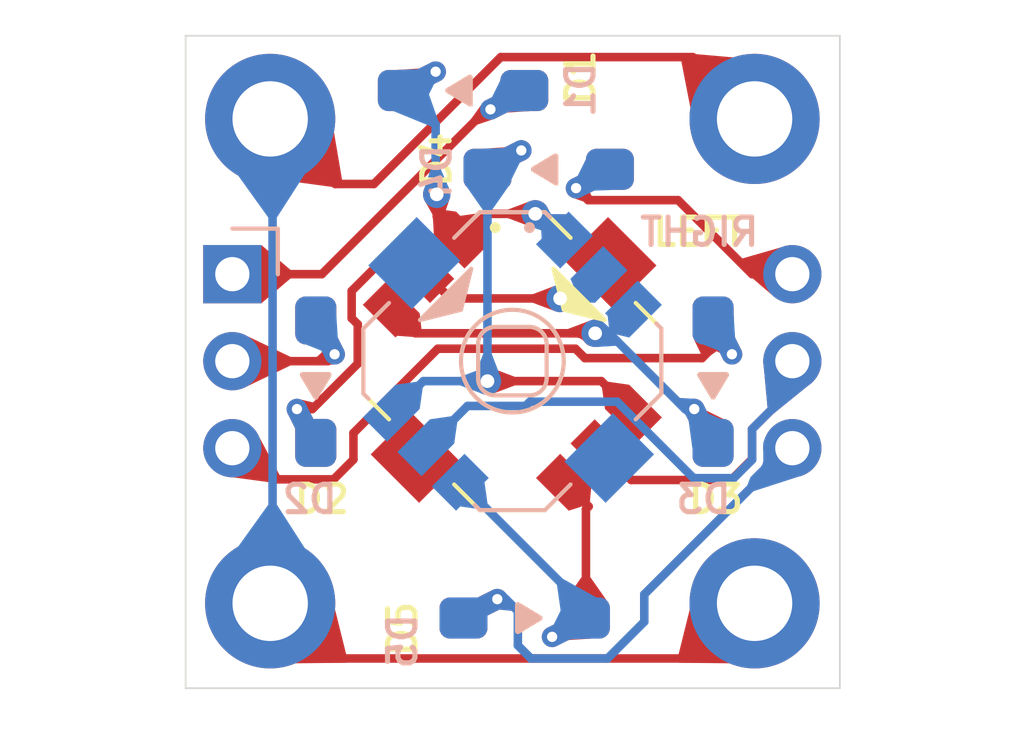
<source format=kicad_pcb>
(kicad_pcb (version 20221018) (generator pcbnew)
  (layers (0 "F.Cu" signal) (31 "B.Cu" signal) (34 "B.Paste" user) (35 "F.Paste" user) (36 "B.SilkS" user "B.Silkscreen") (37 "F.SilkS" user "F.Silkscreen") (38 "B.Mask" user) (39 "F.Mask" user) (44 "Edge.Cuts" user))
  (net 0 "")
  (net 1 "COMMON")
  (net 2 "A_UP")
  (net 3 "PUSH")
  (net 4 "C_LEFT")
  (net 5 "B_RIGHT")
  (net 6 "D_DOWN")
  (net 7 "GND")
  (net 8 "A_SRC")
  (net 9 "PUSH_SRC")
  (net 10 "C_SRC")
  (net 11 "B_SRC")
  (net 12 "D_SRC")
  (footprint "Keebrary:SW_MultiDirectional_4DCP_SKRHACE010_SMD_7.5x7.5mm_DualSide" (layer "F.Cu") (at 62.5393 46.8007)
    (fp_text reference "S1" hide)
    (fp_text value "SW_MultiDirectional_4DCP_SKRHACE010")
    (fp_line (start -4.35 -0.95) (end -3.6 -1.7) (stroke (width 0.12)) (layer "B.SilkS"))
    (fp_line (start -4.35 0.95) (end -4.35 -0.95) (stroke (width 0.12)) (layer "B.SilkS"))
    (fp_line (start -4.2 1.1) (end -4.35 0.95) (stroke (width 0.12)) (layer "B.SilkS"))
    (fp_line (start -1.7 -3.6) (end -0.95 -4.35) (stroke (width 0.12)) (layer "B.SilkS"))
    (fp_line (start -1 0.5) (end -1 -0.5) (stroke (width 0.12)) (layer "B.SilkS"))
    (fp_line (start -0.95 -4.35) (end 0.95 -4.35) (stroke (width 0.12)) (layer "B.SilkS"))
    (fp_line (start -0.95 4.35) (end -1.1 4.2) (stroke (width 0.12)) (layer "B.SilkS"))
    (fp_line (start -0.95 4.35) (end 0.95 4.35) (stroke (width 0.12)) (layer "B.SilkS"))
    (fp_line (start -0.5 1) (end 0.5 1) (stroke (width 0.12)) (layer "B.SilkS"))
    (fp_line (start 0.5 -1) (end -0.5 -1) (stroke (width 0.12)) (layer "B.SilkS"))
    (fp_line (start 0.95 -4.35) (end 1.1 -4.2) (stroke (width 0.12)) (layer "B.SilkS"))
    (fp_line (start 1 0.5) (end 1 -0.5) (stroke (width 0.12)) (layer "B.SilkS"))
    (fp_line (start 1.7 3.6) (end 0.95 4.35) (stroke (width 0.12)) (layer "B.SilkS"))
    (fp_line (start 4.2 -1.1) (end 4.35 -0.95) (stroke (width 0.12)) (layer "B.SilkS"))
    (fp_line (start 4.35 0.95) (end 3.6 1.7) (stroke (width 0.12)) (layer "B.SilkS"))
    (fp_line (start 4.35 0.95) (end 4.35 -0.95) (stroke (width 0.12)) (layer "B.SilkS"))
    (fp_arc (start -1 -0.5) (mid -0.853553 -0.853553) (end -0.5 -1) (stroke (width 0.12)) (layer "B.SilkS"))
    (fp_arc (start -0.5 1) (mid -0.853553 0.853553) (end -1 0.5) (stroke (width 0.12)) (layer "B.SilkS"))
    (fp_arc (start 0.5 -1) (mid 0.853553 -0.853553) (end 1 -0.5) (stroke (width 0.12)) (layer "B.SilkS"))
    (fp_arc (start 1 0.5) (mid 0.853553 0.853553) (end 0.5 1) (stroke (width 0.12)) (layer "B.SilkS"))
    (fp_circle (center 0 0) (end -1.5 0) (stroke (width 0.12)) (fill none) (layer "B.SilkS"))
    (fp_circle (center 0.5 -3.9) (end 0.4 -3.9) (stroke (width 0.12)) (fill solid) (layer "B.SilkS"))
    (fp_poly (pts (xy -2.7 -1.2) (xy -1.5 -1.5) (xy -1.2 -2.7)) (stroke (width 0.12)) (fill solid) (layer "B.SilkS"))
    (fp_line (start -4.35 0.95) (end -4.35 -0.95) (stroke (width 0.12)) (layer "F.SilkS"))
    (fp_line (start -4.35 0.95) (end -3.6 1.7) (stroke (width 0.12)) (layer "F.SilkS"))
    (fp_line (start -4.2 -1.1) (end -4.35 -0.95) (stroke (width 0.12)) (layer "F.SilkS"))
    (fp_line (start -1.7 3.6) (end -0.95 4.35) (stroke (width 0.12)) (layer "F.SilkS"))
    (fp_line (start -1 0.5) (end -1 -0.5) (stroke (width 0.12)) (layer "F.SilkS"))
    (fp_line (start -0.95 -4.35) (end -1.1 -4.2) (stroke (width 0.12)) (layer "F.SilkS"))
    (fp_line (start -0.5 -1) (end 0.5 -1) (stroke (width 0.12)) (layer "F.SilkS"))
    (fp_line (start 0.5 1) (end -0.5 1) (stroke (width 0.12)) (layer "F.SilkS"))
    (fp_line (start 0.95 -4.35) (end -0.95 -4.35) (stroke (width 0.12)) (layer "F.SilkS"))
    (fp_line (start 0.95 4.35) (end -0.95 4.35) (stroke (width 0.12)) (layer "F.SilkS"))
    (fp_line (start 0.95 4.35) (end 1.1 4.2) (stroke (width 0.12)) (layer "F.SilkS"))
    (fp_line (start 1 0.5) (end 1 -0.5) (stroke (width 0.12)) (layer "F.SilkS"))
    (fp_line (start 1.7 -3.6) (end 0.95 -4.35) (stroke (width 0.12)) (layer "F.SilkS"))
    (fp_line (start 4.2 1.1) (end 4.35 0.95) (stroke (width 0.12)) (layer "F.SilkS"))
    (fp_line (start 4.35 -0.95) (end 3.6 -1.7) (stroke (width 0.12)) (layer "F.SilkS"))
    (fp_line (start 4.35 0.95) (end 4.35 -0.95) (stroke (width 0.12)) (layer "F.SilkS"))
    (fp_arc (start -1 -0.5) (mid -0.853553 -0.853553) (end -0.5 -1) (stroke (width 0.12)) (layer "F.SilkS"))
    (fp_arc (start -0.5 1) (mid -0.853553 0.853553) (end -1 0.5) (stroke (width 0.12)) (layer "F.SilkS"))
    (fp_arc (start 0.5 -1) (mid 0.853553 -0.853553) (end 1 -0.5) (stroke (width 0.12)) (layer "F.SilkS"))
    (fp_arc (start 1 0.5) (mid 0.853553 0.853553) (end 0.5 1) (stroke (width 0.12)) (layer "F.SilkS"))
    (fp_circle (center -0.5 -3.9) (end -0.4 -3.9) (stroke (width 0.12)) (fill solid) (layer "F.SilkS"))
    (fp_circle (center 0 0) (end 1.5 0) (stroke (width 0.12)) (fill none) (layer "F.SilkS"))
    (fp_poly (pts (xy 2.7 -1.2) (xy 1.5 -1.5) (xy 1.2 -2.7)) (stroke (width 0.12)) (fill solid) (layer "F.SilkS"))
    (pad "" smd rect (at -2.863782 -2.863782 45) (size 2 1.8) (layers "B.Cu" "B.Paste" "B.Mask"))
    (pad "" smd rect (at -2.828427 2.828427 315) (size 2 1.7) (layers "F.Cu" "F.Paste" "F.Mask"))
    (pad "" smd rect (at 2.828427 2.828427 45) (size 2 1.7) (layers "B.Cu" "B.Paste" "B.Mask"))
    (pad "" smd rect (at 2.863782 -2.863782 315) (size 2 1.8) (layers "F.Cu" "F.Paste" "F.Mask"))
    (pad "1" smd rect (at -1.52028 -3.535534 315) (size 1.35 1) (layers "F.Cu" "F.Paste" "F.Mask") (net 2 "A_UP"))
    (pad "1" smd rect (at 1.52028 -3.535534 45) (size 1.35 1) (layers "B.Cu" "B.Paste" "B.Mask") (net 2 "A_UP"))
    (pad "2" smd rect (at -2.527907 -2.527907 315) (size 1.35 1) (layers "F.Cu" "F.Paste" "F.Mask") (net 3 "PUSH"))
    (pad "2" smd rect (at 2.527907 -2.527907 45) (size 1.35 1) (layers "B.Cu" "B.Paste" "B.Mask") (net 3 "PUSH"))
    (pad "3" smd rect (at -3.535534 -1.52028 315) (size 1.35 1) (layers "F.Cu" "F.Paste" "F.Mask") (net 4 "C_LEFT"))
    (pad "3" smd rect (at 3.535534 -1.52028 45) (size 1.35 1) (layers "B.Cu" "B.Paste" "B.Mask") (net 4 "C_LEFT"))
    (pad "4" smd rect (at -3.535534 1.52028 45) (size 1.35 1) (layers "B.Cu" "B.Paste" "B.Mask") (net 5 "B_RIGHT"))
    (pad "4" smd rect (at 3.535534 1.52028 315) (size 1.35 1) (layers "F.Cu" "F.Paste" "F.Mask") (net 5 "B_RIGHT"))
    (pad "5" smd rect (at -2.527907 2.527907 45) (size 1.35 1) (layers "B.Cu" "B.Paste" "B.Mask") (net 1 "COMMON"))
    (pad "5" smd rect (at 2.527907 2.527907 315) (size 1.35 1) (layers "F.Cu" "F.Paste" "F.Mask") (net 1 "COMMON"))
    (pad "6" smd rect (at -1.52028 3.535534 45) (size 1.35 1) (layers "B.Cu" "B.Paste" "B.Mask") (net 6 "D_DOWN"))
    (pad "6" smd rect (at 1.52028 3.535534 315) (size 1.35 1) (layers "F.Cu" "F.Paste" "F.Mask") (net 6 "D_DOWN"))
  )
  (footprint "Keebrary:SW_MX_1u_PCB_SKRHAdapter" (layer "F.Cu") (at 62.5386 46.8014)
    (fp_text reference "S2")
    (fp_text value "Source")
    (fp_line (start -8.175 -3.87) (end -6.845 -3.87) (stroke (width 0.12)) (layer "B.SilkS"))
    (fp_line (start -6.845 -3.87) (end -6.845 -2.54) (stroke (width 0.12)) (layer "B.SilkS"))
    (fp_line (start -8.175 -3.87) (end -6.845 -3.87) (stroke (width 0.12)) (layer "F.SilkS"))
    (fp_line (start -6.845 -3.87) (end -6.845 -2.54) (stroke (width 0.12)) (layer "F.SilkS"))
    (pad "1" thru_hole rect (at -8.175 -2.54) (size 1.7 1.7) (drill 1) (layers "*.Mask" "F.Cu" "In1.Cu" "B.Cu") (net 8 "A_SRC"))
    (pad "2" thru_hole oval (at -8.175 0) (size 1.7 1.7) (drill 1) (layers "*.Mask" "F.Cu" "In1.Cu" "B.Cu") (net 9 "PUSH_SRC"))
    (pad "3" thru_hole oval (at -8.175 2.54) (size 1.7 1.7) (drill 1) (layers "*.Mask" "F.Cu" "In1.Cu" "B.Cu") (net 10 "C_SRC"))
    (pad "4" thru_hole oval (at 8.175 -2.54) (size 1.7 1.7) (drill 1) (layers "*.Cu" "*.Mask") (net 11 "B_SRC"))
    (pad "5" thru_hole oval (at 8.175 0) (size 1.7 1.7) (drill 1) (layers "*.Cu" "*.Mask") (net 1 "COMMON"))
    (pad "6" thru_hole oval (at 8.175 2.54) (size 1.7 1.7) (drill 1) (layers "*.Cu" "*.Mask") (net 12 "D_SRC"))
  )
  (footprint "Keebrary:MountingHole_2.2mm_M2_Pad_3.8mm" (layer "F.Cu") (at 55.4689 39.7289)
    (fp_text reference "H1" hide)
    (fp_text value "Hole")
    (pad "1" thru_hole circle (at 0 0) (size 3.8 3.8) (drill 2.2) (layers "*.Cu" "*.Mask") (net 7 "GND"))
  )
  (footprint "Keebrary:MountingHole_2.2mm_M2_Pad_3.8mm" (layer "F.Cu") (at 69.6111 53.8711)
    (fp_text reference "H4" hide)
    (fp_text value "Hole")
    (pad "1" thru_hole circle (at 0 0) (size 3.8 3.8) (drill 2.2) (layers "*.Cu" "*.Mask") (net 7 "GND"))
  )
  (footprint "Keebrary:Diode_D_SOD-123_Silkless_Reversible" (layer "F.Cu") (at 62.9 54.3 180)
    (fp_text reference "D5" hide)
    (fp_text value "1N4148")
    (fp_line (start -0.436726 -0.001036) (end 0.198274 -0.382036) (stroke (width 0.16)) (layer "B.SilkS"))
    (fp_line (start 0.198274 0.379964) (end -0.436726 -0.001036) (stroke (width 0.16)) (layer "B.SilkS"))
    (fp_line (start 0.2 -0.381) (end 0.2 0.381) (stroke (width 0.16)) (layer "B.SilkS"))
    (fp_poly (pts (xy 0.198274 0.379964) (xy -0.436726 -0.001036) (xy 0.198274 -0.382036)) (stroke (width 0.16)) (fill solid) (layer "B.SilkS"))
    (fp_line (start -0.436726 -0.001554) (end 0.198274 -0.382554) (stroke (width 0.16)) (layer "F.SilkS"))
    (fp_line (start 0.198274 0.379446) (end -0.436726 -0.001554) (stroke (width 0.16)) (layer "F.SilkS"))
    (fp_line (start 0.2 -0.381518) (end 0.2 0.380482) (stroke (width 0.16)) (layer "F.SilkS"))
    (fp_poly (pts (xy 0.198274 0.379446) (xy -0.436726 -0.001554) (xy 0.198274 -0.382554)) (stroke (width 0.16)) (fill solid) (layer "F.SilkS"))
    (pad "1" smd roundrect (at -1.7875 0 180) (size 1.4 1.2) (layers "F.Cu" "F.Paste" "F.Mask") (net 6 "D_DOWN"))
    (pad "1" smd roundrect (at -1.7875 0 180) (size 1.4 1.2) (layers "B.Cu" "B.Paste" "B.Mask") (net 6 "D_DOWN"))
    (pad "1" smd custom (at -1.562 -0.169 180) (size 0.01 0.01) (layers "F.Cu") (net 6 "D_DOWN") (thermal_gap 0.2) (options (clearance convexhull) (anchor circle)) (primitives (gr_line (start 0.762 -0.381) (end 0 0) (width 0.6))))
    (pad "1" smd custom (at -1.562 -0.169 180) (size 0.01 0.01) (layers "B.Cu") (net 6 "D_DOWN") (thermal_gap 0.2) (options (clearance convexhull) (anchor circle)) (primitives (gr_line (start 0.762 -0.381) (end 0 0) (width 0.6))))
    (pad "1" thru_hole circle (at -0.8 -0.55 180) (size 0.6 0.6) (drill 0.3) (layers "*.Cu") (net 6 "D_DOWN") (thermal_gap 0.2))
    (pad "2" thru_hole circle (at 0.8 0.55 180) (size 0.6 0.6) (drill 0.3) (layers "*.Cu") (net 12 "D_SRC") (thermal_gap 0.2))
    (pad "2" smd custom (at 1.5615 0.17 180) (size 0.01 0.01) (layers "F.Cu") (net 12 "D_SRC") (thermal_gap 0.2) (options (clearance convexhull) (anchor circle)) (primitives (gr_line (start -0.761 0.381) (end 0.001 0) (width 0.6))))
    (pad "2" smd custom (at 1.5615 0.17 180) (size 0.01 0.01) (layers "B.Cu") (net 12 "D_SRC") (thermal_gap 0.2) (options (clearance convexhull) (anchor circle)) (primitives (gr_line (start -0.761 0.381) (end 0.001 0) (width 0.6))))
    (pad "2" smd roundrect (at 1.7875 0 180) (size 1.4 1.2) (layers "F.Cu" "F.Paste" "F.Mask") (net 12 "D_SRC"))
    (pad "2" smd roundrect (at 1.7875 0 180) (size 1.4 1.2) (layers "B.Cu" "B.Paste" "B.Mask") (net 12 "D_SRC"))
  )
  (footprint "Keebrary:MountingHole_2.2mm_M2_Pad_3.8mm" (layer "F.Cu") (at 55.4689 53.8711)
    (fp_text reference "H3" hide)
    (fp_text value "Hole")
    (pad "1" thru_hole circle (at 0 0) (size 3.8 3.8) (drill 2.2) (layers "*.Cu" "*.Mask") (net 7 "GND"))
  )
  (footprint "Keebrary:Diode_D_SOD-123_Silkless_Reversible" (layer "F.Cu") (at 68.4 47.4 90)
    (fp_text reference "D3" hide)
    (fp_text value "1N4148")
    (fp_line (start -0.436726 -0.001036) (end 0.198274 -0.382036) (stroke (width 0.16)) (layer "B.SilkS"))
    (fp_line (start 0.198274 0.379964) (end -0.436726 -0.001036) (stroke (width 0.16)) (layer "B.SilkS"))
    (fp_line (start 0.2 -0.381) (end 0.2 0.381) (stroke (width 0.16)) (layer "B.SilkS"))
    (fp_poly (pts (xy 0.198274 0.379964) (xy -0.436726 -0.001036) (xy 0.198274 -0.382036)) (stroke (width 0.16)) (fill solid) (layer "B.SilkS"))
    (fp_line (start -0.436726 -0.001554) (end 0.198274 -0.382554) (stroke (width 0.16)) (layer "F.SilkS"))
    (fp_line (start 0.198274 0.379446) (end -0.436726 -0.001554) (stroke (width 0.16)) (layer "F.SilkS"))
    (fp_line (start 0.2 -0.381518) (end 0.2 0.380482) (stroke (width 0.16)) (layer "F.SilkS"))
    (fp_poly (pts (xy 0.198274 0.379446) (xy -0.436726 -0.001554) (xy 0.198274 -0.382554)) (stroke (width 0.16)) (fill solid) (layer "F.SilkS"))
    (pad "1" smd roundrect (at -1.7875 0 90) (size 1.4 1.2) (layers "F.Cu" "F.Paste" "F.Mask") (net 4 "C_LEFT"))
    (pad "1" smd roundrect (at -1.7875 0 90) (size 1.4 1.2) (layers "B.Cu" "B.Paste" "B.Mask") (net 4 "C_LEFT"))
    (pad "1" smd custom (at -1.562 -0.169 90) (size 0.01 0.01) (layers "F.Cu") (net 4 "C_LEFT") (thermal_gap 0.2) (options (clearance convexhull) (anchor circle)) (primitives (gr_line (start 0.762 -0.381) (end 0 0) (width 0.6))))
    (pad "1" smd custom (at -1.562 -0.169 90) (size 0.01 0.01) (layers "B.Cu") (net 4 "C_LEFT") (thermal_gap 0.2) (options (clearance convexhull) (anchor circle)) (primitives (gr_line (start 0.762 -0.381) (end 0 0) (width 0.6))))
    (pad "1" thru_hole circle (at -0.8 -0.55 90) (size 0.6 0.6) (drill 0.3) (layers "*.Cu") (net 4 "C_LEFT") (thermal_gap 0.2))
    (pad "2" thru_hole circle (at 0.8 0.55 90) (size 0.6 0.6) (drill 0.3) (layers "*.Cu") (net 10 "C_SRC") (thermal_gap 0.2))
    (pad "2" smd custom (at 1.5615 0.17 90) (size 0.01 0.01) (layers "F.Cu") (net 10 "C_SRC") (thermal_gap 0.2) (options (clearance convexhull) (anchor circle)) (primitives (gr_line (start -0.761 0.381) (end 0.001 0) (width 0.6))))
    (pad "2" smd custom (at 1.5615 0.17 90) (size 0.01 0.01) (layers "B.Cu") (net 10 "C_SRC") (thermal_gap 0.2) (options (clearance convexhull) (anchor circle)) (primitives (gr_line (start -0.761 0.381) (end 0.001 0) (width 0.6))))
    (pad "2" smd roundrect (at 1.7875 0 90) (size 1.4 1.2) (layers "F.Cu" "F.Paste" "F.Mask") (net 10 "C_SRC"))
    (pad "2" smd roundrect (at 1.7875 0 90) (size 1.4 1.2) (layers "B.Cu" "B.Paste" "B.Mask") (net 10 "C_SRC"))
  )
  (footprint "Keebrary:MountingHole_2.2mm_M2_Pad_3.8mm" (layer "F.Cu") (at 69.6111 39.7289)
    (fp_text reference "H2" hide)
    (fp_text value "Hole")
    (pad "1" thru_hole circle (at 0 0) (size 3.8 3.8) (drill 2.2) (layers "*.Cu" "*.Mask") (net 7 "GND"))
  )
  (footprint "Keebrary:Diode_D_SOD-123_Silkless_Reversible" (layer "F.Cu") (at 56.8 47.4 90)
    (fp_text reference "D2" hide)
    (fp_text value "1N4148")
    (fp_line (start -0.436726 -0.001036) (end 0.198274 -0.382036) (stroke (width 0.16)) (layer "B.SilkS"))
    (fp_line (start 0.198274 0.379964) (end -0.436726 -0.001036) (stroke (width 0.16)) (layer "B.SilkS"))
    (fp_line (start 0.2 -0.381) (end 0.2 0.381) (stroke (width 0.16)) (layer "B.SilkS"))
    (fp_poly (pts (xy 0.198274 0.379964) (xy -0.436726 -0.001036) (xy 0.198274 -0.382036)) (stroke (width 0.16)) (fill solid) (layer "B.SilkS"))
    (fp_line (start -0.436726 -0.001554) (end 0.198274 -0.382554) (stroke (width 0.16)) (layer "F.SilkS"))
    (fp_line (start 0.198274 0.379446) (end -0.436726 -0.001554) (stroke (width 0.16)) (layer "F.SilkS"))
    (fp_line (start 0.2 -0.381518) (end 0.2 0.380482) (stroke (width 0.16)) (layer "F.SilkS"))
    (fp_poly (pts (xy 0.198274 0.379446) (xy -0.436726 -0.001554) (xy 0.198274 -0.382554)) (stroke (width 0.16)) (fill solid) (layer "F.SilkS"))
    (pad "1" smd roundrect (at -1.7875 0 90) (size 1.4 1.2) (layers "F.Cu" "F.Paste" "F.Mask") (net 3 "PUSH"))
    (pad "1" smd roundrect (at -1.7875 0 90) (size 1.4 1.2) (layers "B.Cu" "B.Paste" "B.Mask") (net 3 "PUSH"))
    (pad "1" smd custom (at -1.562 -0.169 90) (size 0.01 0.01) (layers "F.Cu") (net 3 "PUSH") (thermal_gap 0.2) (options (clearance convexhull) (anchor circle)) (primitives (gr_line (start 0.762 -0.381) (end 0 0) (width 0.6))))
    (pad "1" smd custom (at -1.562 -0.169 90) (size 0.01 0.01) (layers "B.Cu") (net 3 "PUSH") (thermal_gap 0.2) (options (clearance convexhull) (anchor circle)) (primitives (gr_line (start 0.762 -0.381) (end 0 0) (width 0.6))))
    (pad "1" thru_hole circle (at -0.8 -0.55 90) (size 0.6 0.6) (drill 0.3) (layers "*.Cu") (net 3 "PUSH") (thermal_gap 0.2))
    (pad "2" thru_hole circle (at 0.8 0.55 90) (size 0.6 0.6) (drill 0.3) (layers "*.Cu") (net 9 "PUSH_SRC") (thermal_gap 0.2))
    (pad "2" smd custom (at 1.5615 0.17 90) (size 0.01 0.01) (layers "F.Cu") (net 9 "PUSH_SRC") (thermal_gap 0.2) (options (clearance convexhull) (anchor circle)) (primitives (gr_line (start -0.761 0.381) (end 0.001 0) (width 0.6))))
    (pad "2" smd custom (at 1.5615 0.17 90) (size 0.01 0.01) (layers "B.Cu") (net 9 "PUSH_SRC") (thermal_gap 0.2) (options (clearance convexhull) (anchor circle)) (primitives (gr_line (start -0.761 0.381) (end 0.001 0) (width 0.6))))
    (pad "2" smd roundrect (at 1.7875 0 90) (size 1.4 1.2) (layers "F.Cu" "F.Paste" "F.Mask") (net 9 "PUSH_SRC"))
    (pad "2" smd roundrect (at 1.7875 0 90) (size 1.4 1.2) (layers "B.Cu" "B.Paste" "B.Mask") (net 9 "PUSH_SRC"))
  )
  (footprint "Keebrary:Diode_D_SOD-123_Silkless_Reversible" (layer "F.Cu") (at 63.6 41.2)
    (fp_text reference "D4" hide)
    (fp_text value "1N4148")
    (fp_line (start -0.436726 -0.001036) (end 0.198274 -0.382036) (stroke (width 0.16)) (layer "B.SilkS"))
    (fp_line (start 0.198274 0.379964) (end -0.436726 -0.001036) (stroke (width 0.16)) (layer "B.SilkS"))
    (fp_line (start 0.2 -0.381) (end 0.2 0.381) (stroke (width 0.16)) (layer "B.SilkS"))
    (fp_poly (pts (xy 0.198274 0.379964) (xy -0.436726 -0.001036) (xy 0.198274 -0.382036)) (stroke (width 0.16)) (fill solid) (layer "B.SilkS"))
    (fp_line (start -0.436726 -0.001554) (end 0.198274 -0.382554) (stroke (width 0.16)) (layer "F.SilkS"))
    (fp_line (start 0.198274 0.379446) (end -0.436726 -0.001554) (stroke (width 0.16)) (layer "F.SilkS"))
    (fp_line (start 0.2 -0.381518) (end 0.2 0.380482) (stroke (width 0.16)) (layer "F.SilkS"))
    (fp_poly (pts (xy 0.198274 0.379446) (xy -0.436726 -0.001554) (xy 0.198274 -0.382554)) (stroke (width 0.16)) (fill solid) (layer "F.SilkS"))
    (pad "1" smd roundrect (at -1.7875 0) (size 1.4 1.2) (layers "F.Cu" "F.Paste" "F.Mask") (net 5 "B_RIGHT"))
    (pad "1" smd roundrect (at -1.7875 0) (size 1.4 1.2) (layers "B.Cu" "B.Paste" "B.Mask") (net 5 "B_RIGHT"))
    (pad "1" smd custom (at -1.562 -0.169) (size 0.01 0.01) (layers "F.Cu") (net 5 "B_RIGHT") (thermal_gap 0.2) (options (clearance convexhull) (anchor circle)) (primitives (gr_line (start 0.762 -0.381) (end 0 0) (width 0.6))))
    (pad "1" smd custom (at -1.562 -0.169) (size 0.01 0.01) (layers "B.Cu") (net 5 "B_RIGHT") (thermal_gap 0.2) (options (clearance convexhull) (anchor circle)) (primitives (gr_line (start 0.762 -0.381) (end 0 0) (width 0.6))))
    (pad "1" thru_hole circle (at -0.8 -0.55) (size 0.6 0.6) (drill 0.3) (layers "*.Cu") (net 5 "B_RIGHT") (thermal_gap 0.2))
    (pad "2" thru_hole circle (at 0.8 0.55) (size 0.6 0.6) (drill 0.3) (layers "*.Cu") (net 11 "B_SRC") (thermal_gap 0.2))
    (pad "2" smd custom (at 1.5615 0.17) (size 0.01 0.01) (layers "F.Cu") (net 11 "B_SRC") (thermal_gap 0.2) (options (clearance convexhull) (anchor circle)) (primitives (gr_line (start -0.761 0.381) (end 0.001 0) (width 0.6))))
    (pad "2" smd custom (at 1.5615 0.17) (size 0.01 0.01) (layers "B.Cu") (net 11 "B_SRC") (thermal_gap 0.2) (options (clearance convexhull) (anchor circle)) (primitives (gr_line (start -0.761 0.381) (end 0.001 0) (width 0.6))))
    (pad "2" smd roundrect (at 1.7875 0) (size 1.4 1.2) (layers "F.Cu" "F.Paste" "F.Mask") (net 11 "B_SRC"))
    (pad "2" smd roundrect (at 1.7875 0) (size 1.4 1.2) (layers "B.Cu" "B.Paste" "B.Mask") (net 11 "B_SRC"))
  )
  (footprint "Keebrary:Diode_D_SOD-123_Silkless_Reversible" (layer "F.Cu") (at 61.1 38.9)
    (fp_text reference "D1" hide)
    (fp_text value "1N4148")
    (fp_line (start -0.436726 -0.001036) (end 0.198274 -0.382036) (stroke (width 0.16)) (layer "B.SilkS"))
    (fp_line (start 0.198274 0.379964) (end -0.436726 -0.001036) (stroke (width 0.16)) (layer "B.SilkS"))
    (fp_line (start 0.2 -0.381) (end 0.2 0.381) (stroke (width 0.16)) (layer "B.SilkS"))
    (fp_poly (pts (xy 0.198274 0.379964) (xy -0.436726 -0.001036) (xy 0.198274 -0.382036)) (stroke (width 0.16)) (fill solid) (layer "B.SilkS"))
    (fp_line (start -0.436726 -0.001554) (end 0.198274 -0.382554) (stroke (width 0.16)) (layer "F.SilkS"))
    (fp_line (start 0.198274 0.379446) (end -0.436726 -0.001554) (stroke (width 0.16)) (layer "F.SilkS"))
    (fp_line (start 0.2 -0.381518) (end 0.2 0.380482) (stroke (width 0.16)) (layer "F.SilkS"))
    (fp_poly (pts (xy 0.198274 0.379446) (xy -0.436726 -0.001554) (xy 0.198274 -0.382554)) (stroke (width 0.16)) (fill solid) (layer "F.SilkS"))
    (pad "1" smd roundrect (at -1.7875 0) (size 1.4 1.2) (layers "F.Cu" "F.Paste" "F.Mask") (net 2 "A_UP"))
    (pad "1" smd roundrect (at -1.7875 0) (size 1.4 1.2) (layers "B.Cu" "B.Paste" "B.Mask") (net 2 "A_UP"))
    (pad "1" smd custom (at -1.562 -0.169) (size 0.01 0.01) (layers "F.Cu") (net 2 "A_UP") (thermal_gap 0.2) (options (clearance convexhull) (anchor circle)) (primitives (gr_line (start 0.762 -0.381) (end 0 0) (width 0.6))))
    (pad "1" smd custom (at -1.562 -0.169) (size 0.01 0.01) (layers "B.Cu") (net 2 "A_UP") (thermal_gap 0.2) (options (clearance convexhull) (anchor circle)) (primitives (gr_line (start 0.762 -0.381) (end 0 0) (width 0.6))))
    (pad "1" thru_hole circle (at -0.8 -0.55) (size 0.6 0.6) (drill 0.3) (layers "*.Cu") (net 2 "A_UP") (thermal_gap 0.2))
    (pad "2" thru_hole circle (at 0.8 0.55) (size 0.6 0.6) (drill 0.3) (layers "*.Cu") (net 8 "A_SRC") (thermal_gap 0.2))
    (pad "2" smd custom (at 1.5615 0.17) (size 0.01 0.01) (layers "F.Cu") (net 8 "A_SRC") (thermal_gap 0.2) (options (clearance convexhull) (anchor circle)) (primitives (gr_line (start -0.761 0.381) (end 0.001 0) (width 0.6))))
    (pad "2" smd custom (at 1.5615 0.17) (size 0.01 0.01) (layers "B.Cu") (net 8 "A_SRC") (thermal_gap 0.2) (options (clearance convexhull) (anchor circle)) (primitives (gr_line (start -0.761 0.381) (end 0.001 0) (width 0.6))))
    (pad "2" smd roundrect (at 1.7875 0) (size 1.4 1.2) (layers "F.Cu" "F.Paste" "F.Mask") (net 8 "A_SRC"))
    (pad "2" smd roundrect (at 1.7875 0) (size 1.4 1.2) (layers "B.Cu" "B.Paste" "B.Mask") (net 8 "A_SRC"))
  )
  (gr_line (start 53 37.3) (end 72.1 37.3) (stroke (width 0.05)) (layer "Edge.Cuts"))
  (gr_line (start 53 56.35) (end 72.1 56.35) (stroke (width 0.05)) (layer "Edge.Cuts"))
  (gr_line (start 72.1 37.3) (end 72.1 56.35) (stroke (width 0.05)) (layer "Edge.Cuts"))
  (gr_line (start 53 37.3) (end 53 56.35) (stroke (width 0.05)) (layer "Edge.Cuts"))
  (gr_text "D1" (at 65 38 90) (layer "B.SilkS") (effects (font (size 0.8 0.8) (thickness 0.15) bold) (justify left bottom mirror)))
  (gr_text "D3" (at 69 51.3) (layer "B.SilkS") (effects (font (size 0.8 0.8) (thickness 0.15) bold) (justify left bottom mirror)))
  (gr_text "RIGHT" (at 68 43.5) (layer "B.SilkS") (effects (font (size 0.8 0.8)) (justify bottom mirror)))
  (gr_text "D4" (at 60.8 40.4 90) (layer "B.SilkS") (effects (font (size 0.8 0.8) (thickness 0.15) bold) (justify left bottom mirror)))
  (gr_text "D2" (at 57.5 51.3) (layer "B.SilkS") (effects (font (size 0.8 0.8) (thickness 0.15) bold) (justify left bottom mirror)))
  (gr_text "D5" (at 59.8 54.1 90) (layer "B.SilkS") (effects (font (size 0.8 0.8) (thickness 0.15) bold) (justify left bottom mirror)))
  (gr_text "D5" (at 59.8 55.5 90) (layer "F.SilkS") (effects (font (size 0.8 0.8) (thickness 0.15) bold) (justify left bottom)))
  (gr_text "D2" (at 56.1 51.3) (layer "F.SilkS") (effects (font (size 0.8 0.8) (thickness 0.15) bold) (justify left bottom)))
  (gr_text "LEFT" (at 68 43.5) (layer "F.SilkS") (effects (font (size 0.8 0.8)) (justify bottom)))
  (gr_text "D1" (at 65 39.4 90) (layer "F.SilkS") (effects (font (size 0.8 0.8) (thickness 0.15) bold) (justify left bottom)))
  (gr_text "D3" (at 67.6 51.3) (layer "F.SilkS") (effects (font (size 0.8 0.8) (thickness 0.15) bold) (justify left bottom)))
  (gr_text "D4" (at 60.8 41.8 90) (layer "F.SilkS") (effects (font (size 0.8 0.8) (thickness 0.15) bold) (justify left bottom)))
  (segment (start 69.5385 49.6615) (end 68.9292 50.2708) (width 0.25) (layer "F.Cu") (net 1))
  (segment (start 70.7136 46.8014) (end 70.7136 47.6092) (width 0.25) (layer "F.Cu") (net 1))
  (segment (start 69.5385 48.7843) (end 69.5385 49.6615) (width 0.25) (layer "F.Cu") (net 1))
  (segment (start 70.7136 47.6092) (end 69.5385 48.7843) (width 0.25) (layer "F.Cu") (net 1))
  (segment (start 66.0094 50.2708) (end 65.0672 49.3286) (width 0.25) (layer "F.Cu") (net 1))
  (segment (start 68.9292 50.2708) (end 66.0094 50.2708) (width 0.25) (layer "F.Cu") (net 1))
  (segment (start 69.5385 49.6788) (end 69.5385 48.7843) (width 0.25) (layer "B.Cu") (net 1))
  (segment (start 69.5385 48.7843) (end 70.7136 47.6092) (width 0.25) (layer "B.Cu") (net 1))
  (segment (start 63.0512 47.9846) (end 65.5974 47.9846) (width 0.25) (layer "B.Cu") (net 1))
  (segment (start 60.0114 49.3286) (end 61.2308 48.1092) (width 0.25) (layer "B.Cu") (net 1))
  (segment (start 70.7136 47.6092) (end 70.7136 46.8014) (width 0.25) (layer "B.Cu") (net 1))
  (segment (start 69.0003 50.217) (end 69.5385 49.6788) (width 0.25) (layer "B.Cu") (net 1))
  (segment (start 61.2308 48.1092) (end 62.9266 48.1092) (width 0.25) (layer "B.Cu") (net 1))
  (segment (start 62.9266 48.1092) (end 63.0512 47.9846) (width 0.25) (layer "B.Cu") (net 1))
  (segment (start 67.8298 50.217) (end 69.0003 50.217) (width 0.25) (layer "B.Cu") (net 1))
  (segment (start 65.5974 47.9846) (end 67.8298 50.217) (width 0.25) (layer "B.Cu") (net 1))
  (segment (start 59.4815 38.731) (end 59.3125 38.9) (width 0.25) (layer "F.Cu") (net 2))
  (segment (start 61.019 43.2652) (end 61.7841 42.5001) (width 0.25) (layer "F.Cu") (net 2))
  (segment (start 59.919 38.35) (end 60.3 38.35) (width 0.25) (layer "F.Cu") (net 2))
  (segment (start 61.7841 42.5001) (end 63.2086 42.5001) (width 0.25) (layer "F.Cu") (net 2))
  (segment (start 60.331049 41.931049) (end 60.331049 42.577195) (width 0.25) (layer "F.Cu") (net 2))
  (segment (start 59.538 38.731) (end 59.919 38.35) (width 0.25) (layer "F.Cu") (net 2))
  (segment (start 59.538 38.731) (end 59.4815 38.731) (width 0.25) (layer "F.Cu") (net 2))
  (segment (start 60.331049 42.577195) (end 61.01902 43.265166) (width 0.25) (layer "F.Cu") (net 2))
  (via (at 60.331049 41.931049) (size 0.8) (drill 0.4) (layers "F.Cu" "B.Cu") (net 2))
  (via (at 63.2086 42.5001) (size 0.8) (drill 0.4) (layers "F.Cu" "B.Cu") (net 2))
  (segment (start 59.3125 38.9) (end 60.3 39.8875) (width 0.25) (layer "B.Cu") (net 2))
  (segment (start 59.4815 38.731) (end 59.538 38.731) (width 0.25) (layer "B.Cu") (net 2))
  (segment (start 63.4761 42.5001) (end 63.2086 42.5001) (width 0.25) (layer "B.Cu") (net 2))
  (segment (start 64.0596 43.2652) (end 63.4761 42.6817) (width 0.25) (layer "B.Cu") (net 2))
  (segment (start 59.919 38.731) (end 60.3 38.35) (width 0.25) (layer "B.Cu") (net 2))
  (segment (start 59.538 38.731) (end 59.919 38.731) (width 0.25) (layer "B.Cu") (net 2))
  (segment (start 63.4761 42.5001) (end 63.4761 42.6817) (width 0.25) (layer "B.Cu") (net 2))
  (segment (start 59.3125 38.9) (end 59.4815 38.731) (width 0.25) (layer "B.Cu") (net 2))
  (segment (start 60.3 39.8875) (end 60.3 41.9) (width 0.25) (layer "B.Cu") (net 2))
  (segment (start 60.3 41.9) (end 60.331049 41.931049) (width 0.25) (layer "B.Cu") (net 2))
  (segment (start 58.9 43.7) (end 57.847916 44.752084) (width 0.25) (layer "F.Cu") (net 3))
  (segment (start 60.7279 44.9707) (end 59.4572 43.7) (width 0.25) (layer "F.Cu") (net 3))
  (segment (start 59.4572 43.7) (end 58.9 43.7) (width 0.25) (layer "F.Cu") (net 3))
  (segment (start 56.7 48.2) (end 56.25 48.2) (width 0.25) (layer "F.Cu") (net 3))
  (segment (start 56.631 48.962) (end 56.8 49.131) (width 0.25) (layer "F.Cu") (net 3))
  (segment (start 56.25 48.2) (end 56.457 48.4069) (width 0.25) (layer "F.Cu") (net 3))
  (segment (start 56.631 48.581) (end 56.631 48.962) (width 0.25) (layer "F.Cu") (net 3))
  (segment (start 57.847916 45.547916) (end 58.025793 45.725793) (width 0.25) (layer "F.Cu") (net 3))
  (segment (start 58.025793 46.874207) (end 56.7 48.2) (width 0.25) (layer "F.Cu") (net 3))
  (segment (start 56.8 49.131) (end 56.8 49.1875) (width 0.25) (layer "F.Cu") (net 3))
  (segment (start 56.457 48.4069) (end 56.631 48.581) (width 0.25) (layer "F.Cu") (net 3))
  (segment (start 63.9342 44.9707) (end 60.7279 44.9707) (width 0.25) (layer "F.Cu") (net 3))
  (segment (start 58.025793 45.725793) (end 58.025793 46.874207) (width 0.25) (layer "F.Cu") (net 3))
  (segment (start 56.4931 48.4069) (end 56.457 48.4069) (width 0.25) (layer "F.Cu") (net 3))
  (segment (start 57.847916 44.752084) (end 57.847916 45.547916) (width 0.25) (layer "F.Cu") (net 3))
  (via (at 63.9342 44.9707) (size 0.8) (drill 0.4) (layers "F.Cu" "B.Cu") (net 3))
  (segment (start 65.0672 44.2728) (end 64.36 44.98) (width 0.25) (layer "B.Cu") (net 3))
  (segment (start 56.8 49.131) (end 56.8 49.1875) (width 0.25) (layer "B.Cu") (net 3))
  (segment (start 56.631 48.962) (end 56.8 49.131) (width 0.25) (layer "B.Cu") (net 3))
  (segment (start 64.3507 44.9707) (end 63.9342 44.9707) (width 0.25) (layer "B.Cu") (net 3))
  (segment (start 56.631 48.581) (end 56.631 48.962) (width 0.25) (layer "B.Cu") (net 3))
  (segment (start 56.25 48.2) (end 56.631 48.581) (width 0.25) (layer "B.Cu") (net 3))
  (segment (start 64.36 44.98) (end 64.3507 44.9707) (width 0.25) (layer "B.Cu") (net 3))
  (segment (start 68.231 48.962) (end 68.4 49.131) (width 0.25) (layer "F.Cu") (net 4))
  (segment (start 59.0038 45.2804) (end 59.711 45.9876) (width 0.25) (layer "F.Cu") (net 4))
  (segment (start 59.711 45.9876) (end 64.9569 45.9876) (width 0.25) (layer "F.Cu") (net 4))
  (segment (start 68.231 48.581) (end 67.85 48.2) (width 0.25) (layer "F.Cu") (net 4))
  (segment (start 68.231 48.962) (end 68.231 48.581) (width 0.25) (layer "F.Cu") (net 4))
  (segment (start 68.4 49.131) (end 68.4 49.1875) (width 0.25) (layer "F.Cu") (net 4))
  (via (at 64.9569 45.9876) (size 0.8) (drill 0.4) (layers "F.Cu" "B.Cu") (net 4))
  (segment (start 67.85 48.2) (end 67.58 48.2) (width 0.25) (layer "B.Cu") (net 4))
  (segment (start 68.231 48.581) (end 67.85 48.2) (width 0.25) (layer "B.Cu") (net 4))
  (segment (start 67.58 48.2) (end 65.3676 45.9876) (width 0.25) (layer "B.Cu") (net 4))
  (segment (start 68.4 49.131) (end 68.4 49.1875) (width 0.25) (layer "B.Cu") (net 4))
  (segment (start 68.231 48.962) (end 68.4 49.131) (width 0.25) (layer "B.Cu") (net 4))
  (segment (start 68.231 48.962) (end 68.231 48.581) (width 0.25) (layer "B.Cu") (net 4))
  (segment (start 65.367654 45.9876) (end 66.074834 45.28042) (width 0.25) (layer "B.Cu") (net 4))
  (segment (start 64.9569 45.9876) (end 65.367654 45.9876) (width 0.25) (layer "B.Cu") (net 4))
  (segment (start 65.3676 45.9876) (end 64.9569 45.9876) (width 0.25) (layer "B.Cu") (net 4))
  (segment (start 66.0748 48.321) (end 65.1379 47.3841) (width 0.25) (layer "F.Cu") (net 5))
  (segment (start 65.1379 47.3841) (end 61.8125 47.3841) (width 0.25) (layer "F.Cu") (net 5))
  (segment (start 62.8 40.65) (end 62.419 40.65) (width 0.25) (layer "F.Cu") (net 5))
  (segment (start 62.419 40.65) (end 62.038 41.031) (width 0.25) (layer "F.Cu") (net 5))
  (segment (start 61.9815 41.031) (end 61.8125 41.2) (width 0.25) (layer "F.Cu") (net 5))
  (segment (start 62.038 41.031) (end 61.9815 41.031) (width 0.25) (layer "F.Cu") (net 5))
  (via (at 61.8125 47.3841) (size 0.8) (drill 0.4) (layers "F.Cu" "B.Cu") (net 5))
  (segment (start 59.0038 48.321) (end 59.9407 47.3841) (width 0.25) (layer "B.Cu") (net 5))
  (segment (start 62.038 41.031) (end 61.9815 41.031) (width 0.25) (layer "B.Cu") (net 5))
  (segment (start 61.9815 41.031) (end 61.8125 41.2) (width 0.25) (layer "B.Cu") (net 5))
  (segment (start 62.419 41.031) (end 62.8 40.65) (width 0.25) (layer "B.Cu") (net 5))
  (segment (start 62.038 41.031) (end 62.419 41.031) (width 0.25) (layer "B.Cu") (net 5))
  (segment (start 61.8125 41.2) (end 61.8125 47.3841) (width 0.25) (layer "B.Cu") (net 5))
  (segment (start 59.9407 47.3841) (end 61.8125 47.3841) (width 0.25) (layer "B.Cu") (net 5))
  (segment (start 64.081 54.85) (end 64.462 54.469) (width 0.25) (layer "F.Cu") (net 6))
  (segment (start 64.5185 54.469) (end 64.6875 54.3) (width 0.25) (layer "F.Cu") (net 6))
  (segment (start 64.6875 51.1227) (end 64.7668 51.0434) (width 0.25) (layer "F.Cu") (net 6))
  (segment (start 64.0596 50.3362) (end 64.7668 51.0434) (width 0.25) (layer "F.Cu") (net 6))
  (segment (start 64.462 54.469) (end 64.5185 54.469) (width 0.25) (layer "F.Cu") (net 6))
  (segment (start 64.6875 54.3) (end 64.6875 51.1227) (width 0.25) (layer "F.Cu") (net 6))
  (segment (start 63.7 54.85) (end 64.081 54.85) (width 0.25) (layer "F.Cu") (net 6))
  (segment (start 64.081 54.469) (end 63.7 54.85) (width 0.25) (layer "B.Cu") (net 6))
  (segment (start 64.081 54.469) (end 64.081 53.3982) (width 0.25) (layer "B.Cu") (net 6))
  (segment (start 64.081 54.469) (end 64.462 54.469) (width 0.25) (layer "B.Cu") (net 6))
  (segment (start 61.019 50.3362) (end 61.6025 50.9197) (width 0.25) (layer "B.Cu") (net 6))
  (segment (start 64.081 53.3982) (end 61.6025 50.9197) (width 0.25) (layer "B.Cu") (net 6))
  (segment (start 64.5185 54.469) (end 64.6875 54.3) (width 0.25) (layer "B.Cu") (net 6))
  (segment (start 64.462 54.469) (end 64.5185 54.469) (width 0.25) (layer "B.Cu") (net 6))
  (segment (start 57.368899 41.628899) (end 58.496101 41.628899) (width 0.25) (layer "F.Cu") (net 7))
  (segment (start 55.4689 53.8711) (end 57.0793 55.4815) (width 0.25) (layer "F.Cu") (net 7))
  (segment (start 58.496101 41.628899) (end 62.2 37.925) (width 0.25) (layer "F.Cu") (net 7))
  (segment (start 68.0007 55.4815) (end 69.6111 53.8711) (width 0.25) (layer "F.Cu") (net 7))
  (segment (start 55.4689 39.7289) (end 57.368899 41.628899) (width 0.25) (layer "F.Cu") (net 7))
  (segment (start 62.2 37.925) (end 67.8072 37.925) (width 0.25) (layer "F.Cu") (net 7))
  (segment (start 57.0793 55.4815) (end 68.0007 55.4815) (width 0.25) (layer "F.Cu") (net 7))
  (segment (start 67.8072 37.925) (end 69.6111 39.7289) (width 0.25) (layer "F.Cu") (net 7))
  (segment (start 55.5388 39.7988) (end 55.5388 53.8012) (width 0.25) (layer "B.Cu") (net 7))
  (segment (start 55.5388 53.8012) (end 55.4689 53.8711) (width 0.25) (layer "B.Cu") (net 7))
  (segment (start 55.4689 39.7289) (end 55.5388 39.7988) (width 0.25) (layer "B.Cu") (net 7))
  (segment (start 62.2815 39.45) (end 62.6615 39.07) (width 0.25) (layer "F.Cu") (net 8))
  (segment (start 62.6615 39.07) (end 62.7175 39.07) (width 0.25) (layer "F.Cu") (net 8))
  (segment (start 56.9761 44.2614) (end 61.7875 39.45) (width 0.25) (layer "F.Cu") (net 8))
  (segment (start 61.7875 39.45) (end 61.9 39.45) (width 0.25) (layer "F.Cu") (net 8))
  (segment (start 54.3636 44.2614) (end 56.9761 44.2614) (width 0.25) (layer "F.Cu") (net 8))
  (segment (start 61.9 39.45) (end 62.2815 39.45) (width 0.25) (layer "F.Cu") (net 8))
  (segment (start 62.7175 39.07) (end 62.8875 38.9) (width 0.25) (layer "F.Cu") (net 8))
  (segment (start 62.8315 38.9) (end 62.6615 39.07) (width 0.25) (layer "B.Cu") (net 8))
  (segment (start 62.6615 39.07) (end 62.28 39.07) (width 0.25) (layer "B.Cu") (net 8))
  (segment (start 62.8875 38.9) (end 62.8315 38.9) (width 0.25) (layer "B.Cu") (net 8))
  (segment (start 62.28 39.07) (end 61.9 39.45) (width 0.25) (layer "B.Cu") (net 8))
  (segment (start 56.8 45.6125) (end 56.97 45.7825) (width 0.25) (layer "F.Cu") (net 9))
  (segment (start 57.1486 46.8014) (end 54.3636 46.8014) (width 0.25) (layer "F.Cu") (net 9))
  (segment (start 57.35 46.6) (end 56.97 46.22) (width 0.25) (layer "F.Cu") (net 9))
  (segment (start 56.97 46.22) (end 56.97 45.8385) (width 0.25) (layer "F.Cu") (net 9))
  (segment (start 57.35 46.6) (end 57.1486 46.8014) (width 0.25) (layer "F.Cu") (net 9))
  (segment (start 56.97 45.7825) (end 56.97 45.8385) (width 0.25) (layer "F.Cu") (net 9))
  (segment (start 57.35 46.2185) (end 57.35 46.6) (width 0.25) (layer "B.Cu") (net 9))
  (segment (start 56.97 45.8385) (end 57.35 46.2185) (width 0.25) (layer "B.Cu") (net 9))
  (segment (start 56.8 45.6125) (end 56.97 45.7825) (width 0.25) (layer "B.Cu") (net 9))
  (segment (start 56.97 45.7825) (end 56.97 45.8385) (width 0.25) (layer "B.Cu") (net 9))
  (segment (start 57.9 48.9) (end 57.9 49.6739) (width 0.25) (layer "F.Cu") (net 10))
  (segment (start 64.381595 46.4376) (end 60.3624 46.4376) (width 0.25) (layer "F.Cu") (net 10))
  (segment (start 68.57 45.8385) (end 68.57 46.22) (width 0.25) (layer "F.Cu") (net 10))
  (segment (start 68.57 46.22) (end 68.95 46.6) (width 0.25) (layer "F.Cu") (net 10))
  (segment (start 57.9 49.6739) (end 57.3225 50.2514) (width 0.25) (layer "F.Cu") (net 10))
  (segment (start 68.57 46.22) (end 68.0774 46.7126) (width 0.25) (layer "F.Cu") (net 10))
  (segment (start 54.7414 49.3414) (end 54.3636 49.3414) (width 0.25) (layer "F.Cu") (net 10))
  (segment (start 68.4 45.6685) (end 68.4 45.6125) (width 0.25) (layer "F.Cu") (net 10))
  (segment (start 64.656595 46.7126) (end 64.381595 46.4376) (width 0.25) (layer "F.Cu") (net 10))
  (segment (start 68.0774 46.7126) (end 64.656595 46.7126) (width 0.25) (layer "F.Cu") (net 10))
  (segment (start 60.3624 46.4376) (end 57.9 48.9) (width 0.25) (layer "F.Cu") (net 10))
  (segment (start 57.3225 50.2514) (end 55.6514 50.2514) (width 0.25) (layer "F.Cu") (net 10))
  (segment (start 68.57 45.8385) (end 68.4 45.6685) (width 0.25) (layer "F.Cu") (net 10))
  (segment (start 55.6514 50.2514) (end 54.7414 49.3414) (width 0.25) (layer "F.Cu") (net 10))
  (segment (start 68.57 45.8385) (end 68.95 46.2185) (width 0.25) (layer "B.Cu") (net 10))
  (segment (start 68.95 46.2185) (end 68.95 46.6) (width 0.25) (layer "B.Cu") (net 10))
  (segment (start 68.4 45.6125) (end 68.57 45.7825) (width 0.25) (layer "B.Cu") (net 10))
  (segment (start 68.57 45.7825) (end 68.57 45.8385) (width 0.25) (layer "B.Cu") (net 10))
  (segment (start 67.3771 42.1) (end 69.5385 44.2614) (width 0.25) (layer "F.Cu") (net 11))
  (segment (start 65.2175 41.37) (end 65.3875 41.2) (width 0.25) (layer "F.Cu") (net 11))
  (segment (start 64.78 41.37) (end 65.1615 41.37) (width 0.25) (layer "F.Cu") (net 11))
  (segment (start 69.5385 44.2614) (end 70.7136 44.2614) (width 0.25) (layer "F.Cu") (net 11))
  (segment (start 64.75 42.1) (end 67.3771 42.1) (width 0.25) (layer "F.Cu") (net 11))
  (segment (start 64.4 41.75) (end 64.75 42.1) (width 0.25) (layer "F.Cu") (net 11))
  (segment (start 64.4 41.75) (end 64.78 41.37) (width 0.25) (layer "F.Cu") (net 11))
  (segment (start 65.1615 41.37) (end 65.2175 41.37) (width 0.25) (layer "F.Cu") (net 11))
  (segment (start 65.1615 41.37) (end 64.78 41.37) (width 0.25) (layer "B.Cu") (net 11))
  (segment (start 65.3875 41.2) (end 65.3315 41.2) (width 0.25) (layer "B.Cu") (net 11))
  (segment (start 65.3315 41.2) (end 65.1615 41.37) (width 0.25) (layer "B.Cu") (net 11))
  (segment (start 64.78 41.37) (end 64.4 41.75) (width 0.25) (layer "B.Cu") (net 11))
  (segment (start 62.1 53.75) (end 61.72 54.13) (width 0.25) (layer "F.Cu") (net 12))
  (segment (start 61.72 54.13) (end 61.3385 54.13) (width 0.25) (layer "F.Cu") (net 12))
  (segment (start 61.2825 54.13) (end 61.1125 54.3) (width 0.25) (layer "F.Cu") (net 12))
  (segment (start 61.3385 54.13) (end 61.2825 54.13) (width 0.25) (layer "F.Cu") (net 12))
  (segment (start 65.3185 55.4815) (end 66.3906 54.4094) (width 0.25) (layer "B.Cu") (net 12))
  (segment (start 62.1 53.75) (end 62.35 53.75) (width 0.25) (layer "B.Cu") (net 12))
  (segment (start 66.3906 54.4094) (end 66.3906 53.6094) (width 0.25) (layer "B.Cu") (net 12))
  (segment (start 62.7 55.1) (end 63.0815 55.4815) (width 0.25) (layer "B.Cu") (net 12))
  (segment (start 61.3385 54.13) (end 61.72 54.13) (width 0.25) (layer "B.Cu") (net 12))
  (segment (start 63.0815 55.4815) (end 65.3185 55.4815) (width 0.25) (layer "B.Cu") (net 12))
  (segment (start 62.7 54.1) (end 62.7 55.1) (width 0.25) (layer "B.Cu") (net 12))
  (segment (start 61.1125 54.3) (end 61.1685 54.3) (width 0.25) (layer "B.Cu") (net 12))
  (segment (start 70.6586 49.3414) (end 70.7136 49.3414) (width 0.25) (layer "B.Cu") (net 12))
  (segment (start 66.3906 53.6094) (end 70.6586 49.3414) (width 0.25) (layer "B.Cu") (net 12))
  (segment (start 62.35 53.75) (end 62.7 54.1) (width 0.25) (layer "B.Cu") (net 12))
  (segment (start 61.8625 53.9875) (end 62.1 53.75) (width 0.25) (layer "B.Cu") (net 12))
)
</source>
